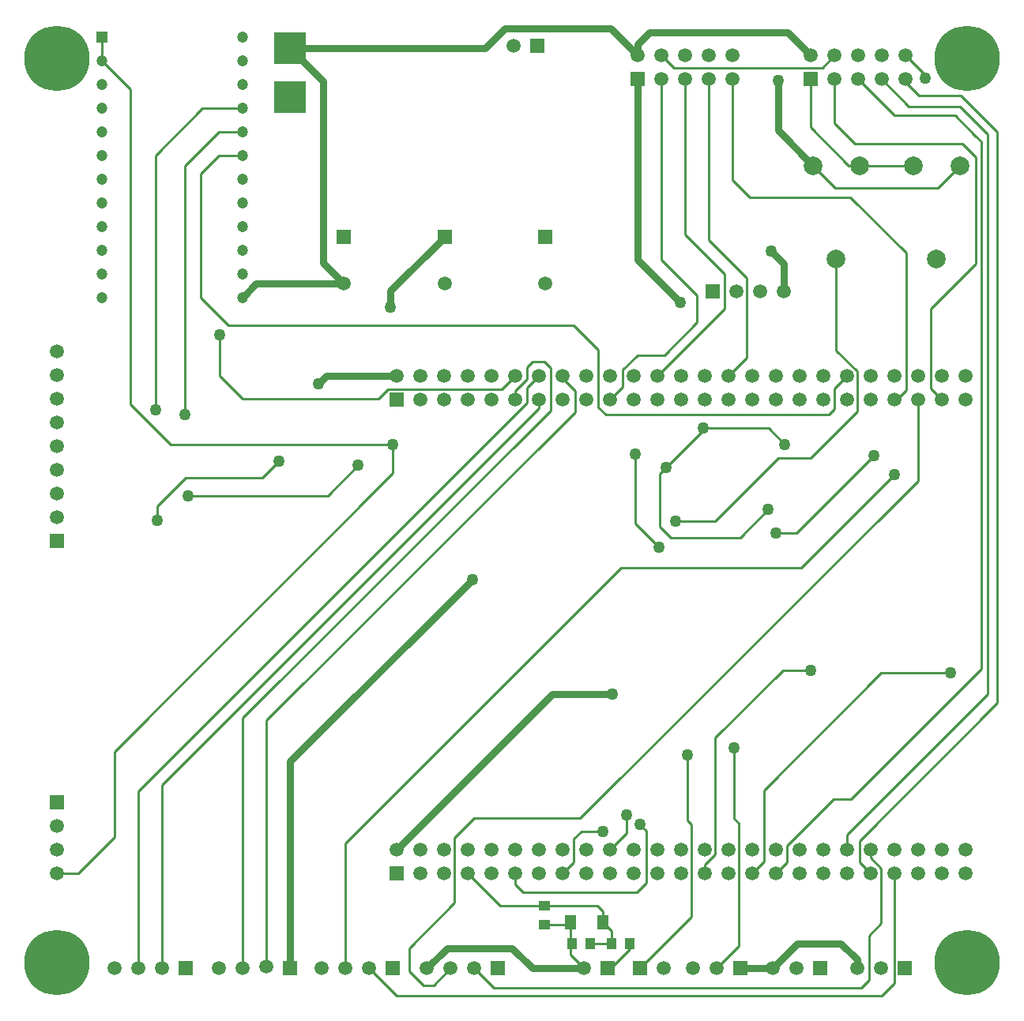
<source format=gbl>
%FSLAX25Y25*%
%MOIN*%
G70*
G01*
G75*
G04 Layer_Physical_Order=2*
G04 Layer_Color=16711680*
%ADD10R,0.03937X0.05118*%
%ADD11R,0.21654X0.15748*%
%ADD12R,0.39370X0.39370*%
%ADD13R,0.05512X0.11811*%
%ADD14R,0.14961X0.11811*%
%ADD15R,0.04921X0.06299*%
%ADD16R,0.07000X0.10000*%
%ADD17R,0.10039X0.03740*%
%ADD18R,0.10039X0.12992*%
%ADD19R,0.03150X0.03740*%
%ADD20R,0.05118X0.03937*%
%ADD21O,0.01378X0.08268*%
%ADD22R,0.01378X0.08268*%
%ADD23R,0.09449X0.02362*%
%ADD24O,0.09449X0.02362*%
%ADD25R,0.02000X0.08000*%
%ADD26O,0.02000X0.08000*%
%ADD27R,0.02756X0.05118*%
%ADD28C,0.01000*%
%ADD29C,0.03000*%
%ADD30R,0.04724X0.04724*%
%ADD31C,0.04724*%
%ADD32C,0.05906*%
%ADD33R,0.05906X0.05906*%
%ADD34C,0.07874*%
%ADD35R,0.05906X0.05906*%
%ADD36R,0.13780X0.13780*%
%ADD37C,0.05000*%
%ADD38C,0.27559*%
D10*
X232858Y2873031D02*
D03*
X240732D02*
D03*
X249590D02*
D03*
X257465D02*
D03*
D15*
X246055Y2881890D02*
D03*
X232472D02*
D03*
D20*
X221457Y2880906D02*
D03*
Y2888779D02*
D03*
D28*
X203453Y3107016D02*
X209000Y3112563D01*
X155426Y3107016D02*
X203453D01*
X151410Y3103000D02*
X155426Y3107016D01*
X94000Y3103000D02*
X151410D01*
X84300Y3112700D02*
X94000Y3103000D01*
X84300Y3112700D02*
Y3130000D01*
X260500Y2924300D02*
X264200Y2920600D01*
Y2898500D02*
Y2920600D01*
X379000Y3068400D02*
Y3102563D01*
X236500Y2925900D02*
X379000Y3068400D01*
X191648Y2925900D02*
X236500D01*
X260300Y2894600D02*
X264200Y2898500D01*
X212300Y2894600D02*
X260300D01*
X209000Y2897900D02*
X212300Y2894600D01*
X209000Y2897900D02*
Y2902563D01*
X77179Y3225579D02*
X93890D01*
X57200Y3205600D02*
X77179Y3225579D01*
X57200Y3098400D02*
Y3205600D01*
X57900Y3051700D02*
Y3057500D01*
X70000Y3069600D01*
X102400D01*
X109300Y3076500D01*
X157480Y3071480D02*
Y3083661D01*
X39900Y2953900D02*
X157480Y3071480D01*
X39900Y2917900D02*
Y2953900D01*
X24661Y2902661D02*
X39900Y2917900D01*
X15748Y2902661D02*
X24661D01*
X34795Y3245579D02*
X46800Y3233574D01*
X34795Y3245579D02*
Y3255579D01*
X269900Y3071081D02*
X272638Y3073819D01*
X269900Y3048998D02*
Y3071081D01*
Y3048998D02*
X274606Y3044291D01*
X219000Y3099000D02*
Y3102563D01*
X59882Y2939882D02*
X219000Y3099000D01*
X59882Y2862531D02*
Y2939882D01*
X214100Y3107663D02*
X219000Y3112563D01*
X214100Y3101366D02*
Y3107663D01*
X49882Y2937148D02*
X214100Y3101366D01*
X221300Y3118600D02*
X224100Y3115800D01*
X216500Y3118600D02*
X221300D01*
X214000Y3116100D02*
X216500Y3118600D01*
X214000Y3111266D02*
Y3116100D01*
X209000Y3106266D02*
X214000Y3111266D01*
X224100Y3098000D02*
Y3115800D01*
X229000Y3111469D02*
X234200Y3106269D01*
Y3097100D02*
Y3106269D01*
X104173Y2967073D02*
X234200Y3097100D01*
X104173Y2863268D02*
Y2967073D01*
X94173Y2968073D02*
X224100Y3098000D01*
X94173Y2862531D02*
Y2968073D01*
X403200Y3159900D02*
Y3205068D01*
X384279Y3140980D02*
X403200Y3159900D01*
X384279Y3107284D02*
Y3140980D01*
X397638Y3210630D02*
X403200Y3205068D01*
X403004Y3214028D02*
X405600Y3211432D01*
Y2988900D02*
Y3211432D01*
X350755Y2934055D02*
X405600Y2988900D01*
X408465Y2978346D02*
Y3214567D01*
X349000Y2918882D02*
X408465Y2978346D01*
X412465Y2974472D02*
Y3215488D01*
X354331Y2916339D02*
X412465Y2974472D01*
X343504Y2934055D02*
X350755D01*
X363405Y2987205D02*
X392717D01*
X313900Y2937700D02*
X363405Y2987205D01*
X253696Y3031496D02*
X329724D01*
X137480Y2915280D02*
X253696Y3031496D01*
X137480Y2862531D02*
Y2915280D01*
X183453Y2917705D02*
X191648Y2925900D01*
X249000Y2912563D02*
X255906Y2919468D01*
X229000Y2902563D02*
X233800Y2907363D01*
Y2917200D01*
X236870Y2920270D01*
X246062D01*
X272638Y3073819D02*
X289370Y3090551D01*
X232472Y2868091D02*
Y2881890D01*
X315945Y3090551D02*
X322835Y3083661D01*
X289370Y3090551D02*
X315945D01*
X274606Y3044291D02*
X303937D01*
X315846Y3056201D01*
X334646Y3201362D02*
X344079Y3191929D01*
X387221D01*
X396654Y3201362D01*
X352362Y3210630D02*
X397638D01*
X397177Y3230775D02*
X412465Y3215488D01*
X396654Y3226378D02*
X408465Y3214567D01*
X259842Y3050197D02*
X269685Y3040354D01*
X259842Y3050197D02*
Y3079724D01*
X333661Y3217520D02*
Y3237780D01*
Y3217520D02*
X349819Y3201362D01*
X354331D01*
X129921Y3062008D02*
X142717Y3074803D01*
X70866Y3062008D02*
X129921D01*
X88076Y3133858D02*
X233742D01*
X321850Y2988189D02*
X333661D01*
X293453Y2959791D02*
X321850Y2988189D01*
X293453Y2910719D02*
Y2959791D01*
X289000Y2906266D02*
X293453Y2910719D01*
X289000Y2902563D02*
Y2906266D01*
X255906Y2919468D02*
Y2927165D01*
X382268Y3238561D02*
Y3239173D01*
X381889Y3238182D02*
X382268Y3238561D01*
X373661Y3247779D02*
X382268Y3239173D01*
X349000Y2912563D02*
Y2918882D01*
X319000Y2902563D02*
X323819Y2907382D01*
Y2914370D01*
X343504Y2934055D01*
X354331Y2907232D02*
X359000Y2902563D01*
X354331Y2907232D02*
Y2916339D01*
X394591Y3222441D02*
X403004Y3214028D01*
X379461Y3230775D02*
X397177D01*
X373661Y3236575D02*
Y3237780D01*
Y3236575D02*
X379461Y3230775D01*
X375063Y3226378D02*
X396654D01*
X363661Y3237780D02*
X375063Y3226378D01*
X369000Y3222441D02*
X394591D01*
X353661Y3237780D02*
X369000Y3222441D01*
X329724Y3031496D02*
X369094Y3070866D01*
X318898Y3046260D02*
X327756D01*
X360236Y3078740D01*
X354331Y3201362D02*
X376969D01*
X343661Y3219331D02*
X352362Y3210630D01*
X384279Y3107284D02*
X389000Y3102563D01*
X343661Y3219331D02*
Y3237780D01*
X300827Y3195395D02*
Y3237780D01*
Y3195395D02*
X308150Y3188071D01*
X350473D01*
X183453Y2890146D02*
Y2917705D01*
X231488Y2880906D02*
X232472Y2881890D01*
X221457Y2880906D02*
X231488D01*
X232472Y2868091D02*
X238032Y2862531D01*
X246055Y2881890D02*
X249590Y2878354D01*
X248031Y2862531D02*
X249342D01*
X257465Y2870654D01*
Y2873031D01*
X164370Y2871063D02*
X183453Y2890146D01*
X202783Y2888779D02*
X221457D01*
X189000Y2902563D02*
X202783Y2888779D01*
X221457D02*
X243685D01*
X246055Y2886409D01*
Y2881890D02*
Y2886409D01*
X249590Y2873031D02*
Y2878354D01*
X240732Y2873031D02*
X249590D01*
X319882Y3077756D02*
X333661D01*
X353453Y3097547D01*
Y3114407D01*
X344488Y3123372D02*
X353453Y3114407D01*
X293307Y3051181D02*
X319882Y3077756D01*
X276575Y3051181D02*
X293307D01*
X344488Y3123372D02*
Y3161992D01*
X338583Y3242701D02*
X343661Y3247779D01*
X270827D02*
X275905Y3242701D01*
X338583D01*
X245079Y2919286D02*
X246062Y2920270D01*
X294134Y2862531D02*
X303453Y2871850D01*
X261811Y2862531D02*
X283453Y2884173D01*
X174555Y2855315D02*
X181772Y2862531D01*
X170276Y2855315D02*
X174555D01*
X164370Y2861221D02*
X170276Y2855315D01*
X164370Y2861221D02*
Y2871063D01*
X379000Y3111469D02*
Y3112563D01*
X209000Y3102563D02*
Y3106266D01*
X49882Y2862531D02*
Y2937148D01*
X229000Y3111469D02*
Y3112563D01*
X368957Y2902520D02*
X369000Y2902563D01*
X368957Y2856161D02*
Y2902520D01*
X363795Y2851000D02*
X368957Y2856161D01*
X159012Y2851000D02*
X363795D01*
X147480Y2862531D02*
X159012Y2851000D01*
X199972Y2854331D02*
X355131D01*
X191772Y2862531D02*
X199972Y2854331D01*
X359000Y2909124D02*
Y2912563D01*
Y2909124D02*
X363453Y2904671D01*
Y2881480D02*
Y2904671D01*
X358268Y2876295D02*
X363453Y2881480D01*
X46800Y3100600D02*
Y3233574D01*
Y3100600D02*
X63739Y3083661D01*
X157480D01*
X84179Y3205579D02*
X93890D01*
X84079Y3215579D02*
X93890D01*
X76500Y3145434D02*
X88076Y3133858D01*
X76500Y3145434D02*
Y3197900D01*
X84179Y3205579D01*
X69800Y3096200D02*
Y3201300D01*
X84079Y3215579D01*
X309000Y2902563D02*
X313900Y2907463D01*
Y2937700D01*
X301181Y2925919D02*
Y2955709D01*
Y2925919D02*
X303453Y2923647D01*
Y2871850D02*
Y2923647D01*
X281653Y2925047D02*
Y2952598D01*
Y2925047D02*
X283453Y2923247D01*
Y2884173D02*
Y2923247D01*
X247200Y3096100D02*
X341200D01*
X343800Y3098700D01*
Y3107400D01*
X348963Y3112563D01*
X349000D01*
X244000Y3099300D02*
X247200Y3096100D01*
X244000Y3099300D02*
Y3123600D01*
X233742Y3133858D02*
X244000Y3123600D01*
X290827Y3169873D02*
Y3237780D01*
Y3169873D02*
X306776Y3153924D01*
X270827Y3161589D02*
Y3237780D01*
X260600Y3121400D02*
X272016D01*
X254300Y3115100D02*
X260600Y3121400D01*
X254300Y3107863D02*
Y3115100D01*
X249000Y3102563D02*
X254300Y3107863D01*
X280827Y3172073D02*
Y3237780D01*
X269000Y3112563D02*
X297400Y3140963D01*
Y3155500D01*
X280827Y3172073D02*
X297400Y3155500D01*
X299000Y3112563D02*
X306776Y3120339D01*
Y3153924D01*
X374100Y3106594D02*
Y3164444D01*
X350473Y3188071D02*
X374100Y3164444D01*
X369000Y3102563D02*
X370069D01*
X374100Y3106594D01*
X272016Y3121400D02*
X285700Y3135084D01*
Y3146716D01*
X270827Y3161589D02*
X285700Y3146716D01*
X355131Y2854331D02*
X358268Y2857468D01*
Y2876295D01*
D29*
X224783Y2978346D02*
X250000D01*
X159000Y2912563D02*
X224783Y2978346D01*
X304134Y2862531D02*
X317598D01*
X328098Y2873031D01*
X346457D01*
X353410Y2866079D01*
Y2862531D02*
Y2866079D01*
X319882Y3216126D02*
Y3237205D01*
Y3216126D02*
X334646Y3201362D01*
X316929Y3165354D02*
X322323Y3159961D01*
Y3148213D02*
Y3159961D01*
X129295Y3112563D02*
X159000D01*
X125984Y3109252D02*
X129295Y3112563D01*
X99847Y3151536D02*
X136795D01*
X93890Y3145579D02*
X99847Y3151536D01*
X260827Y3161417D02*
X278543Y3143701D01*
X260827Y3161417D02*
Y3237780D01*
X114173Y2862531D02*
Y2949803D01*
X190945Y3026575D01*
X156496Y3141732D02*
Y3148422D01*
X179295Y3171221D01*
X216209Y2862531D02*
X238032D01*
X207677Y2871063D02*
X216209Y2862531D01*
X171772D02*
X180303Y2871063D01*
X207677D01*
X113878Y3250917D02*
X127953Y3236842D01*
Y3160379D02*
Y3236842D01*
Y3160379D02*
X136795Y3151536D01*
X113878Y3250917D02*
X196256D01*
X204724Y3259386D01*
X249220D01*
X260827Y3247779D01*
Y3252543D01*
X265748Y3257465D01*
X323976D01*
X333661Y3247779D01*
D30*
X34795Y3255579D02*
D03*
D31*
Y3245579D02*
D03*
Y3235579D02*
D03*
Y3225579D02*
D03*
Y3215579D02*
D03*
Y3205579D02*
D03*
Y3195579D02*
D03*
Y3185579D02*
D03*
Y3175579D02*
D03*
Y3165579D02*
D03*
Y3155579D02*
D03*
Y3145579D02*
D03*
X93890Y3255579D02*
D03*
Y3245579D02*
D03*
Y3235579D02*
D03*
Y3225579D02*
D03*
Y3215579D02*
D03*
Y3205579D02*
D03*
Y3195579D02*
D03*
Y3185579D02*
D03*
Y3175579D02*
D03*
Y3165579D02*
D03*
Y3155579D02*
D03*
Y3145579D02*
D03*
D32*
X136795Y3151536D02*
D03*
X179295D02*
D03*
X221795D02*
D03*
X302323Y3148213D02*
D03*
X312323D02*
D03*
X322323D02*
D03*
X169000Y2902563D02*
D03*
X179000D02*
D03*
X189000D02*
D03*
X199000D02*
D03*
X209000D02*
D03*
X219000D02*
D03*
X229000D02*
D03*
X239000D02*
D03*
X249000D02*
D03*
X259000D02*
D03*
X269000D02*
D03*
X279000D02*
D03*
X289000D02*
D03*
X299000D02*
D03*
X309000D02*
D03*
X319000D02*
D03*
X329000D02*
D03*
X339000D02*
D03*
X349000D02*
D03*
X359000D02*
D03*
X369000D02*
D03*
X379000D02*
D03*
X389000D02*
D03*
X399000D02*
D03*
X159000Y2912563D02*
D03*
X169000D02*
D03*
X179000D02*
D03*
X189000D02*
D03*
X199000D02*
D03*
X209000D02*
D03*
X219000D02*
D03*
X229000D02*
D03*
X239000D02*
D03*
X249000D02*
D03*
X259000D02*
D03*
X269000D02*
D03*
X279000D02*
D03*
X289000D02*
D03*
X299000D02*
D03*
X309000D02*
D03*
X319000D02*
D03*
X329000D02*
D03*
X339000D02*
D03*
X349000D02*
D03*
X359000D02*
D03*
X369000D02*
D03*
X379000D02*
D03*
X389000D02*
D03*
X399000D02*
D03*
X169000Y3102563D02*
D03*
X179000D02*
D03*
X189000D02*
D03*
X199000D02*
D03*
X209000D02*
D03*
X219000D02*
D03*
X229000D02*
D03*
X239000D02*
D03*
X249000D02*
D03*
X259000D02*
D03*
X269000D02*
D03*
X279000D02*
D03*
X289000D02*
D03*
X299000D02*
D03*
X309000D02*
D03*
X319000D02*
D03*
X329000D02*
D03*
X339000D02*
D03*
X349000D02*
D03*
X359000D02*
D03*
X369000D02*
D03*
X379000D02*
D03*
X389000D02*
D03*
X399000D02*
D03*
X159000Y3112563D02*
D03*
X169000D02*
D03*
X179000D02*
D03*
X189000D02*
D03*
X199000D02*
D03*
X209000D02*
D03*
X219000D02*
D03*
X229000D02*
D03*
X239000D02*
D03*
X249000D02*
D03*
X259000D02*
D03*
X269000D02*
D03*
X279000D02*
D03*
X289000D02*
D03*
X299000D02*
D03*
X309000D02*
D03*
X319000D02*
D03*
X329000D02*
D03*
X339000D02*
D03*
X349000D02*
D03*
X359000D02*
D03*
X369000D02*
D03*
X379000D02*
D03*
X389000D02*
D03*
X399000D02*
D03*
X238032Y2862531D02*
D03*
X271811D02*
D03*
X353410D02*
D03*
X363409D02*
D03*
X317598D02*
D03*
X327598D02*
D03*
X284134D02*
D03*
X294134D02*
D03*
X191772D02*
D03*
X181772D02*
D03*
X171772D02*
D03*
X147480D02*
D03*
X137480D02*
D03*
X127480D02*
D03*
X104173Y2863268D02*
D03*
X94173Y2862531D02*
D03*
X84173D02*
D03*
X59882D02*
D03*
X49882D02*
D03*
X39882D02*
D03*
X15748Y2922661D02*
D03*
Y2912661D02*
D03*
Y2902661D02*
D03*
Y3052898D02*
D03*
Y3122898D02*
D03*
Y3112898D02*
D03*
Y3102898D02*
D03*
Y3092898D02*
D03*
Y3082898D02*
D03*
Y3072898D02*
D03*
Y3062898D02*
D03*
X270827Y3237780D02*
D03*
X280827D02*
D03*
X290827D02*
D03*
X300827D02*
D03*
X260827Y3247779D02*
D03*
X270827D02*
D03*
X280827D02*
D03*
X290827D02*
D03*
X300827D02*
D03*
X343661Y3237780D02*
D03*
X353661D02*
D03*
X363661D02*
D03*
X373661D02*
D03*
X333661Y3247779D02*
D03*
X343661D02*
D03*
X353661D02*
D03*
X363661D02*
D03*
X373661D02*
D03*
X208504Y3251968D02*
D03*
D33*
X136795Y3171221D02*
D03*
X179295D02*
D03*
X221795D02*
D03*
X15748Y2932661D02*
D03*
Y3042898D02*
D03*
D34*
X386811Y3161992D02*
D03*
X376969Y3201362D02*
D03*
X396654D02*
D03*
X344488Y3161992D02*
D03*
X334646Y3201362D02*
D03*
X354331D02*
D03*
D35*
X292323Y3148213D02*
D03*
X159000Y2902563D02*
D03*
Y3102563D02*
D03*
X248031Y2862531D02*
D03*
X261811D02*
D03*
X373410D02*
D03*
X337598D02*
D03*
X304134D02*
D03*
X201772D02*
D03*
X157480D02*
D03*
X114173D02*
D03*
X69882D02*
D03*
X260827Y3237780D02*
D03*
X333661D02*
D03*
X218504Y3251968D02*
D03*
D36*
X113878Y3230248D02*
D03*
Y3250917D02*
D03*
D37*
X84300Y3130000D02*
D03*
X261700Y2923400D02*
D03*
X57900Y3051700D02*
D03*
X109300Y3076500D02*
D03*
X259842Y3079724D02*
D03*
X125984Y3109252D02*
D03*
X315846Y3056201D02*
D03*
X322835Y3083661D02*
D03*
X288386Y3090551D02*
D03*
X272638Y3073819D02*
D03*
X250000Y2978346D02*
D03*
X319882Y3237205D02*
D03*
X316929Y3165354D02*
D03*
X157480Y3083661D02*
D03*
X269685Y3040354D02*
D03*
X278543Y3143701D02*
D03*
X142717Y3074803D02*
D03*
X70866Y3062008D02*
D03*
X190945Y3026575D02*
D03*
X156496Y3141732D02*
D03*
X333661Y2988189D02*
D03*
X255906Y2927165D02*
D03*
X392717Y2987205D02*
D03*
X381889Y3238182D02*
D03*
X369094Y3070866D02*
D03*
X360236Y3078740D02*
D03*
X318898Y3046260D02*
D03*
X276575Y3051181D02*
D03*
X246062Y2920270D02*
D03*
X301181Y2955709D02*
D03*
X281653Y2952598D02*
D03*
X57200Y3098400D02*
D03*
X69800Y3096200D02*
D03*
D38*
X15748Y2864748D02*
D03*
Y3246638D02*
D03*
X399606D02*
D03*
Y2864748D02*
D03*
M02*

</source>
